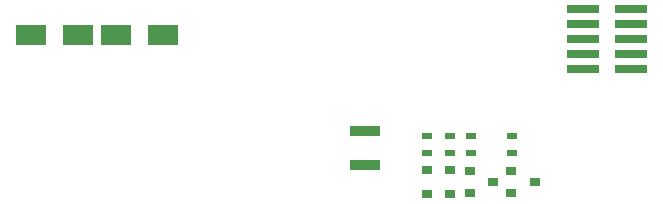
<source format=gbr>
G04 #@! TF.FileFunction,Paste,Top*
%FSLAX46Y46*%
G04 Gerber Fmt 4.6, Leading zero omitted, Abs format (unit mm)*
G04 Created by KiCad (PCBNEW 4.0.1-stable) date 2017-01-07 21:59:04*
%MOMM*%
G01*
G04 APERTURE LIST*
%ADD10C,0.100000*%
%ADD11R,2.500000X0.900000*%
%ADD12R,2.500000X1.800000*%
%ADD13R,2.795000X0.740000*%
%ADD14R,0.900000X0.800000*%
%ADD15R,0.900000X0.500000*%
G04 APERTURE END LIST*
D10*
D11*
X-32003000Y34556000D03*
X-32003000Y37456000D03*
D12*
X-60302160Y45510680D03*
X-56302160Y45510680D03*
X-53073320Y45505600D03*
X-49073320Y45505600D03*
D13*
X-13502140Y47715400D03*
X-9437140Y47715400D03*
X-13502140Y46445400D03*
X-9437140Y46445400D03*
X-13502140Y45175400D03*
X-9437140Y45175400D03*
X-13502140Y43905400D03*
X-9437140Y43905400D03*
X-13502140Y42635400D03*
X-9437140Y42635400D03*
D14*
X-24791940Y32047700D03*
X-24791940Y34147700D03*
X-26696940Y32047700D03*
X-26696940Y34147700D03*
X-23124940Y34047700D03*
X-23124940Y32147700D03*
X-21124940Y33097700D03*
X-19632440Y34047700D03*
X-19632440Y32147700D03*
X-17632440Y33097700D03*
D15*
X-24791940Y37022700D03*
X-24791940Y35522700D03*
X-23013940Y37022700D03*
X-23013940Y35522700D03*
X-19521440Y37022700D03*
X-19521440Y35522700D03*
X-26696940Y37022700D03*
X-26696940Y35522700D03*
M02*

</source>
